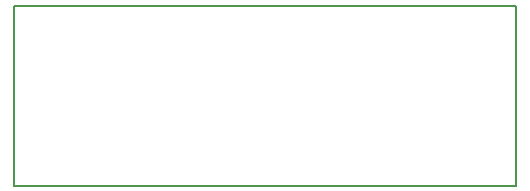
<source format=gbr>
G04 #@! TF.GenerationSoftware,KiCad,Pcbnew,(5.0.1)-4*
G04 #@! TF.CreationDate,2018-11-27T13:12:11-07:00*
G04 #@! TF.ProjectId,robot,726F626F742E6B696361645F70636200,rev?*
G04 #@! TF.SameCoordinates,Original*
G04 #@! TF.FileFunction,Profile,NP*
%FSLAX46Y46*%
G04 Gerber Fmt 4.6, Leading zero omitted, Abs format (unit mm)*
G04 Created by KiCad (PCBNEW (5.0.1)-4) date 11/27/2018 1:12:11 PM*
%MOMM*%
%LPD*%
G01*
G04 APERTURE LIST*
%ADD10C,0.200000*%
%ADD11C,0.150000*%
G04 APERTURE END LIST*
D10*
X132080000Y-57785000D02*
X132080000Y-55880000D01*
X174625000Y-57785000D02*
X174625000Y-55880000D01*
D11*
X132080000Y-71120000D02*
X132080000Y-57785000D01*
X174625000Y-71120000D02*
X132080000Y-71120000D01*
X174625000Y-57785000D02*
X174625000Y-71120000D01*
X174625000Y-55880000D02*
X132080000Y-55880000D01*
M02*

</source>
